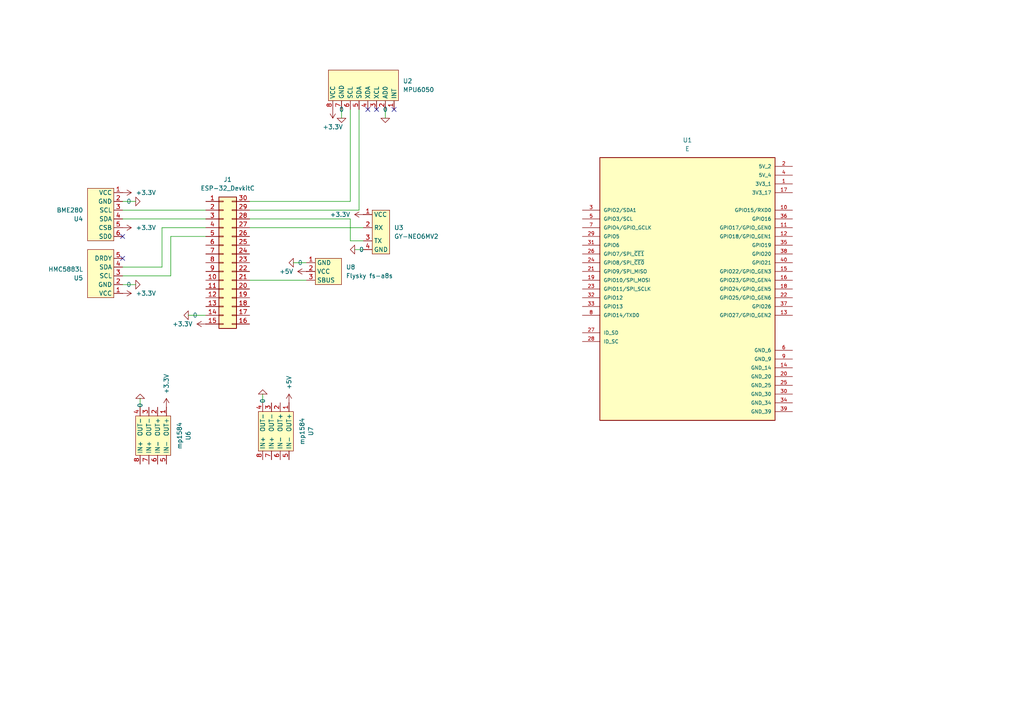
<source format=kicad_sch>
(kicad_sch (version 20250114) (generator "eeschema") (generator_version "9.0")
  (paper "A4")
  (lib_symbols
    (symbol "BME280:BME280m"
      (property "Reference" "U" (at 0 0 0))
      (property "Value" "BME280" (at 0 0 0))
      (symbol "BME280m_1_1"
        (rectangle (start -7.62 -2.54) (end 0 -17.78) (fill (type background)))
        (pin power_in line (at 2.54 -3.81 180) (length 2.54) (name "VCC") (number "1"))
        (pin output line (at 2.54 -6.35 180) (length 2.54) (name "GND") (number "2"))
        (pin input line (at 2.54 -8.89 180) (length 2.54) (name "SCL") (number "3"))
        (pin bidirectional line (at 2.54 -11.43 180) (length 2.54) (name "SDA") (number "4"))
        (pin input line (at 2.54 -13.97 180) (length 2.54) (name "CSB") (number "5"))
        (pin output line (at 2.54 -16.51 180) (length 2.54) (name "SD0") (number "6"))
      )
    )
    (symbol "Connector_Generic:Conn_02x15_Counter_Clockwise" (pin_names (offset 1.016) (hide yes))
      (property "Reference" "J" (at 1.27 20.32 0))
      (property "Value" "Conn_02x15_Counter_Clockwise" (at 1.27 -20.32 0))
      (symbol "Conn_02x15_Counter_Clockwise_1_1"
        (rectangle (start -1.27 19.05) (end 3.81 -19.05) (stroke (width 0.254)) (fill (type background)))
        (rectangle (start -1.27 17.907) (end 0 17.653) (stroke (width 0.1524)))
        (rectangle (start -1.27 15.367) (end 0 15.113) (stroke (width 0.1524)))
        (rectangle (start -1.27 12.827) (end 0 12.573) (stroke (width 0.1524)))
        (rectangle (start -1.27 10.287) (end 0 10.033) (stroke (width 0.1524)))
        (rectangle (start -1.27 7.747) (end 0 7.493) (stroke (width 0.1524)))
        (rectangle (start -1.27 5.207) (end 0 4.953) (stroke (width 0.1524)))
        (rectangle (start -1.27 2.667) (end 0 2.413) (stroke (width 0.1524)))
        (rectangle (start -1.27 0.127) (end 0 -0.127) (stroke (width 0.1524)))
        (rectangle (start -1.27 -2.413) (end 0 -2.667) (stroke (width 0.1524)))
        (rectangle (start -1.27 -4.953) (end 0 -5.207) (stroke (width 0.1524)))
        (rectangle (start -1.27 -7.493) (end 0 -7.747) (stroke (width 0.1524)))
        (rectangle (start -1.27 -10.033) (end 0 -10.287) (stroke (width 0.1524)))
        (rectangle (start -1.27 -12.573) (end 0 -12.827) (stroke (width 0.1524)))
        (rectangle (start -1.27 -15.113) (end 0 -15.367) (stroke (width 0.1524)))
        (rectangle (start -1.27 -17.653) (end 0 -17.907) (stroke (width 0.1524)))
        (rectangle (start 3.81 17.907) (end 2.54 17.653) (stroke (width 0.1524)))
        (rectangle (start 3.81 15.367) (end 2.54 15.113) (stroke (width 0.1524)))
        (rectangle (start 3.81 12.827) (end 2.54 12.573) (stroke (width 0.1524)))
        (rectangle (start 3.81 10.287) (end 2.54 10.033) (stroke (width 0.1524)))
        (rectangle (start 3.81 7.747) (end 2.54 7.493) (stroke (width 0.1524)))
        (rectangle (start 3.81 5.207) (end 2.54 4.953) (stroke (width 0.1524)))
        (rectangle (start 3.81 2.667) (end 2.54 2.413) (stroke (width 0.1524)))
        (rectangle (start 3.81 0.127) (end 2.54 -0.127) (stroke (width 0.1524)))
        (rectangle (start 3.81 -2.413) (end 2.54 -2.667) (stroke (width 0.1524)))
        (rectangle (start 3.81 -4.953) (end 2.54 -5.207) (stroke (width 0.1524)))
        (rectangle (start 3.81 -7.493) (end 2.54 -7.747) (stroke (width 0.1524)))
        (rectangle (start 3.81 -10.033) (end 2.54 -10.287) (stroke (width 0.1524)))
        (rectangle (start 3.81 -12.573) (end 2.54 -12.827) (stroke (width 0.1524)))
        (rectangle (start 3.81 -15.113) (end 2.54 -15.367) (stroke (width 0.1524)))
        (rectangle (start 3.81 -17.653) (end 2.54 -17.907) (stroke (width 0.1524)))
        (pin passive line (at -5.08 17.78 0) (length 3.81) (name "Pin_1") (number "1"))
        (pin passive line (at -5.08 15.24 0) (length 3.81) (name "Pin_2") (number "2"))
        (pin passive line (at -5.08 12.7 0) (length 3.81) (name "Pin_3") (number "3"))
        (pin passive line (at -5.08 10.16 0) (length 3.81) (name "Pin_4") (number "4"))
        (pin passive line (at -5.08 7.62 0) (length 3.81) (name "Pin_5") (number "5"))
        (pin passive line (at -5.08 5.08 0) (length 3.81) (name "Pin_6") (number "6"))
        (pin passive line (at -5.08 2.54 0) (length 3.81) (name "Pin_7") (number "7"))
        (pin passive line (at -5.08 0 0) (length 3.81) (name "Pin_8") (number "8"))
        (pin passive line (at -5.08 -2.54 0) (length 3.81) (name "Pin_9") (number "9"))
        (pin passive line (at -5.08 -5.08 0) (length 3.81) (name "Pin_10") (number "10"))
        (pin passive line (at -5.08 -7.62 0) (length 3.81) (name "Pin_11") (number "11"))
        (pin passive line (at -5.08 -10.16 0) (length 3.81) (name "Pin_12") (number "12"))
        (pin passive line (at -5.08 -12.7 0) (length 3.81) (name "Pin_13") (number "13"))
        (pin passive line (at -5.08 -15.24 0) (length 3.81) (name "Pin_14") (number "14"))
        (pin passive line (at -5.08 -17.78 0) (length 3.81) (name "Pin_15") (number "15"))
        (pin passive line (at 7.62 17.78 180) (length 3.81) (name "Pin_30") (number "30"))
        (pin passive line (at 7.62 15.24 180) (length 3.81) (name "Pin_29") (number "29"))
        (pin passive line (at 7.62 12.7 180) (length 3.81) (name "Pin_28") (number "28"))
        (pin passive line (at 7.62 10.16 180) (length 3.81) (name "Pin_27") (number "27"))
        (pin passive line (at 7.62 7.62 180) (length 3.81) (name "Pin_26") (number "26"))
        (pin passive line (at 7.62 5.08 180) (length 3.81) (name "Pin_25") (number "25"))
        (pin passive line (at 7.62 2.54 180) (length 3.81) (name "Pin_24") (number "24"))
        (pin passive line (at 7.62 0 180) (length 3.81) (name "Pin_23") (number "23"))
        (pin passive line (at 7.62 -2.54 180) (length 3.81) (name "Pin_22") (number "22"))
        (pin passive line (at 7.62 -5.08 180) (length 3.81) (name "Pin_21") (number "21"))
        (pin passive line (at 7.62 -7.62 180) (length 3.81) (name "Pin_20") (number "20"))
        (pin passive line (at 7.62 -10.16 180) (length 3.81) (name "Pin_19") (number "19"))
        (pin passive line (at 7.62 -12.7 180) (length 3.81) (name "Pin_18") (number "18"))
        (pin passive line (at 7.62 -15.24 180) (length 3.81) (name "Pin_17") (number "17"))
        (pin passive line (at 7.62 -17.78 180) (length 3.81) (name "Pin_16") (number "16"))
      )
    )
    (symbol "GY-NEO6MV2:GY-NEO6MV2m"
      (property "Reference" "U" (at 0 0 0))
      (symbol "GY-NEO6MV2m_1_1"
        (rectangle (start -6.35 -2.54) (end 6.35 -7.62) (fill (type background)))
        (pin power_in line (at -5.08 -10.16 90) (length 2.54) (name "VCC") (number "1"))
        (pin input line (at -1.27 -10.16 90) (length 2.54) (name "RX") (number "2"))
        (pin output line (at 2.54 -10.16 90) (length 2.54) (name "TX") (number "3"))
        (pin output line (at 5.08 -10.16 90) (length 2.54) (name "GND") (number "4"))
      )
    )
    (symbol "HMC5883L_module:HMC5883Lm"
      (property "Reference" "U" (at 0 0 0))
      (property "Value" "HMC5883L" (at 0 0 0))
      (symbol "HMC5883Lm_1_1"
        (rectangle (start 0 -2.54) (end 7.62 -16.51) (fill (type background)))
        (pin input line (at -2.54 -3.81 0) (length 2.54) (name "VCC") (number "1"))
        (pin output line (at -2.54 -6.35 0) (length 2.54) (name "GND") (number "2"))
        (pin input line (at -2.54 -8.89 0) (length 2.54) (name "SCL") (number "3"))
        (pin bidirectional line (at -2.54 -11.43 0) (length 2.54) (name "SDA") (number "4"))
        (pin output line (at -2.54 -13.97 0) (length 2.54) (name "DRDY") (number "5"))
      )
    )
    (symbol "MPU6050_module:MPU6050m"
      (property "Reference" "U" (at 0 0 0))
      (symbol "MPU6050m_1_1"
        (rectangle (start -2.54 -3.81) (end 6.35 -24.13) (fill (type background)))
        (pin power_in line (at -5.08 -5.08 0) (length 2.54) (name "VCC") (number "8"))
        (pin output line (at -5.08 -7.62 0) (length 2.54) (name "GND") (number "7"))
        (pin input line (at -5.08 -10.16 0) (length 2.54) (name "SCL") (number "6"))
        (pin bidirectional line (at -5.08 -12.7 0) (length 2.54) (name "SDA") (number "5"))
        (pin bidirectional line (at -5.08 -15.24 0) (length 2.54) (name "XDA") (number "4"))
        (pin output line (at -5.08 -17.78 0) (length 2.54) (name "XCL") (number "3"))
        (pin input line (at -5.08 -20.32 0) (length 2.54) (name "AD0") (number "2"))
        (pin output line (at -5.08 -22.86 0) (length 2.54) (name "INT") (number "1"))
      )
    )
    (symbol "Rasberry Pi 0W:SC0065" (pin_names (offset 1.016))
      (property "Reference" "U" (at -25.42 39.3962 0))
      (property "Value" "SC0065" (at -25.4191 -40.6687 0))
      (symbol "SC0065_0_0"
        (rectangle (start -25.4 -38.1) (end 25.4 38.1) (stroke (width 0.254)) (fill (type background)))
        (pin bidirectional line (at -30.48 22.86 0) (length 5.08) (name "GPIO2/SDA1") (number "3"))
        (pin bidirectional line (at -30.48 20.32 0) (length 5.08) (name "GPIO3/SCL") (number "5"))
        (pin bidirectional line (at -30.48 17.78 0) (length 5.08) (name "GPIO4/GPIO_GCLK") (number "7"))
        (pin bidirectional line (at -30.48 15.24 0) (length 5.08) (name "GPIO5") (number "29"))
        (pin bidirectional line (at -30.48 12.7 0) (length 5.08) (name "GPIO6") (number "31"))
        (pin bidirectional line (at -30.48 10.16 0) (length 5.08) (name "GPIO7/SPI_~{CE1}") (number "26"))
        (pin bidirectional line (at -30.48 7.62 0) (length 5.08) (name "GPIO8/SPI_~{CE0}") (number "24"))
        (pin bidirectional line (at -30.48 5.08 0) (length 5.08) (name "GPIO9/SPI_MISO") (number "21"))
        (pin bidirectional line (at -30.48 2.54 0) (length 5.08) (name "GPIO10/SPI_MOSI") (number "19"))
        (pin bidirectional line (at -30.48 0 0) (length 5.08) (name "GPIO11/SPI_SCLK") (number "23"))
        (pin bidirectional line (at -30.48 -2.54 0) (length 5.08) (name "GPIO12") (number "32"))
        (pin bidirectional line (at -30.48 -5.08 0) (length 5.08) (name "GPIO13") (number "33"))
        (pin bidirectional line (at -30.48 -7.62 0) (length 5.08) (name "GPIO14/TXD0") (number "8"))
        (pin bidirectional line (at -30.48 -12.7 0) (length 5.08) (name "ID_SD") (number "27"))
        (pin bidirectional line (at -30.48 -15.24 0) (length 5.08) (name "ID_SC") (number "28"))
        (pin power_in line (at 30.48 35.56 180) (length 5.08) (name "5V_2") (number "2"))
        (pin power_in line (at 30.48 33.02 180) (length 5.08) (name "5V_4") (number "4"))
        (pin power_in line (at 30.48 30.48 180) (length 5.08) (name "3V3_1") (number "1"))
        (pin power_in line (at 30.48 27.94 180) (length 5.08) (name "3V3_17") (number "17"))
        (pin bidirectional line (at 30.48 22.86 180) (length 5.08) (name "GPIO15/RXD0") (number "10"))
        (pin bidirectional line (at 30.48 20.32 180) (length 5.08) (name "GPIO16") (number "36"))
        (pin bidirectional line (at 30.48 17.78 180) (length 5.08) (name "GPIO17/GPIO_GEN0") (number "11"))
        (pin bidirectional line (at 30.48 15.24 180) (length 5.08) (name "GPIO18/GPIO_GEN1") (number "12"))
        (pin bidirectional line (at 30.48 12.7 180) (length 5.08) (name "GPIO19") (number "35"))
        (pin bidirectional line (at 30.48 10.16 180) (length 5.08) (name "GPIO20") (number "38"))
        (pin bidirectional line (at 30.48 7.62 180) (length 5.08) (name "GPIO21") (number "40"))
        (pin bidirectional line (at 30.48 5.08 180) (length 5.08) (name "GPIO22/GPIO_GEN3") (number "15"))
        (pin bidirectional line (at 30.48 2.54 180) (length 5.08) (name "GPIO23/GPIO_GEN4") (number "16"))
        (pin bidirectional line (at 30.48 0 180) (length 5.08) (name "GPIO24/GPIO_GEN5") (number "18"))
        (pin bidirectional line (at 30.48 -2.54 180) (length 5.08) (name "GPIO25/GPIO_GEN6") (number "22"))
        (pin bidirectional line (at 30.48 -5.08 180) (length 5.08) (name "GPIO26") (number "37"))
        (pin bidirectional line (at 30.48 -7.62 180) (length 5.08) (name "GPIO27/GPIO_GEN2") (number "13"))
        (pin power_in line (at 30.48 -17.78 180) (length 5.08) (name "GND_6") (number "6"))
        (pin power_in line (at 30.48 -20.32 180) (length 5.08) (name "GND_9") (number "9"))
        (pin power_in line (at 30.48 -22.86 180) (length 5.08) (name "GND_14") (number "14"))
        (pin power_in line (at 30.48 -25.4 180) (length 5.08) (name "GND_20") (number "20"))
        (pin power_in line (at 30.48 -27.94 180) (length 5.08) (name "GND_25") (number "25"))
        (pin power_in line (at 30.48 -30.48 180) (length 5.08) (name "GND_30") (number "30"))
        (pin power_in line (at 30.48 -33.02 180) (length 5.08) (name "GND_34") (number "34"))
        (pin power_in line (at 30.48 -35.56 180) (length 5.08) (name "GND_39") (number "39"))
      )
    )
    (symbol "Simulation_SPICE:0" (power) (pin_numbers (hide yes)) (pin_names (offset 0) (hide yes))
      (property "Value" "0" (at 0 -2.54 0))
      (symbol "0_0_1"
        (polyline (pts (xy -1.27 0) (xy 0 -1.27) (xy 1.27 0) (xy -1.27 0)))
      )
      (symbol "0_1_1"
        (pin power_in line (at 0 0 0) (length 0) (name "~") (number "1"))
      )
    )
    (symbol "flysky fs-a8s:Flysky_fs-a8s"
      (property "Reference" "U" (at 0 0 0))
      (property "Value" "Flysky fs-a8s" (at 7.366 -2.032 0))
      (symbol "Flysky_fs-a8s_1_1"
        (rectangle (start 0 -3.81) (end 7.62 -11.43) (fill (type background)))
        (pin output line (at -2.54 -5.08 0) (length 2.54) (name "GND") (number "1"))
        (pin power_in line (at -2.54 -7.62 0) (length 2.54) (name "VCC") (number "2"))
        (pin output line (at -2.54 -10.16 0) (length 2.54) (name "SBUS") (number "3"))
      )
    )
    (symbol "mp1584:mp1584m"
      (property "Reference" "U" (at 0 0 0))
      (property "Value" "mp1584" (at 7.874 -10.922 0))
      (symbol "mp1584m_1_1"
        (rectangle (start 2.54 -12.7) (end 13.97 -22.86) (fill (type background)))
        (pin power_out line (at 0 -13.97 0) (length 2.54) (name "OUT+") (number "1"))
        (pin power_out line (at 0 -16.51 0) (length 2.54) (name "OUT+") (number "2"))
        (pin power_out line (at 0 -19.05 0) (length 2.54) (name "OUT-") (number "3"))
        (pin power_out line (at 0 -21.59 0) (length 2.54) (name "OUT-") (number "4"))
        (pin power_in line (at 16.51 -13.97 180) (length 2.54) (name "IN-") (number "5"))
        (pin power_in line (at 16.51 -16.51 180) (length 2.54) (name "IN-") (number "6"))
        (pin power_in line (at 16.51 -19.05 180) (length 2.54) (name "IN+") (number "7"))
        (pin power_in line (at 16.51 -21.59 180) (length 2.54) (name "IN+") (number "8"))
      )
    )
    (symbol "power:+3.3V" (power) (pin_numbers (hide yes)) (pin_names (offset 0) (hide yes))
      (property "Value" "+3.3V" (at 0 3.556 0))
      (symbol "+3.3V_0_1"
        (polyline (pts (xy -0.762 1.27) (xy 0 2.54)))
        (polyline (pts (xy 0 2.54) (xy 0.762 1.27)))
        (polyline (pts (xy 0 0) (xy 0 2.54)))
      )
      (symbol "+3.3V_1_1"
        (pin power_in line (at 0 0 90) (length 0) (name "~") (number "1"))
      )
    )
    (symbol "power:+5V" (power) (pin_numbers (hide yes)) (pin_names (offset 0) (hide yes))
      (property "Value" "+5V" (at 0 3.556 0))
      (symbol "+5V_0_1"
        (polyline (pts (xy -0.762 1.27) (xy 0 2.54)))
        (polyline (pts (xy 0 2.54) (xy 0.762 1.27)))
        (polyline (pts (xy 0 0) (xy 0 2.54)))
      )
      (symbol "+5V_1_1"
        (pin power_in line (at 0 0 90) (length 0) (name "~") (number "1"))
      )
    )
  )
  (no_connect (at 109.22 31.75))
  (no_connect (at 35.56 74.93))
  (no_connect (at 35.56 68.58))
  (no_connect (at 106.68 31.75))
  (no_connect (at 114.3 31.75))
  (wire (pts (xy 35.56 63.5) (xy 59.69 63.5)))
  (wire (pts (xy 72.39 66.04) (xy 105.41 66.04)))
  (wire (pts (xy 35.56 60.96) (xy 59.69 60.96)))
  (wire (pts (xy 104.14 60.96) (xy 72.39 60.96)))
  (wire (pts (xy 101.6 58.42) (xy 72.39 58.42)))
  (wire (pts (xy 40.64 115.57) (xy 40.64 118.11)))
  (wire (pts (xy 85.09 76.2) (xy 88.9 76.2)))
  (wire (pts (xy 49.53 68.58) (xy 59.69 68.58)))
  (wire (pts (xy 101.6 63.5) (xy 101.6 69.85)))
  (wire (pts (xy 49.53 80.01) (xy 49.53 68.58)))
  (wire (pts (xy 99.06 31.75) (xy 99.06 34.29)))
  (wire (pts (xy 111.76 31.75) (xy 111.76 34.29)))
  (wire (pts (xy 46.99 77.47) (xy 46.99 66.04)))
  (wire (pts (xy 102.87 72.39) (xy 105.41 72.39)))
  (wire (pts (xy 46.99 66.04) (xy 59.69 66.04)))
  (wire (pts (xy 76.2 114.3) (xy 76.2 116.84)))
  (wire (pts (xy 101.6 31.75) (xy 101.6 58.42)))
  (wire (pts (xy 101.6 69.85) (xy 105.41 69.85)))
  (wire (pts (xy 39.37 82.55) (xy 35.56 82.55)))
  (wire (pts (xy 72.39 63.5) (xy 101.6 63.5)))
  (wire (pts (xy 35.56 80.01) (xy 49.53 80.01)))
  (wire (pts (xy 35.56 77.47) (xy 46.99 77.47)))
  (wire (pts (xy 35.56 58.42) (xy 39.37 58.42)))
  (wire (pts (xy 72.39 81.28) (xy 88.9 81.28)))
  (wire (pts (xy 104.14 31.75) (xy 104.14 60.96)))
  (wire (pts (xy 54.61 91.44) (xy 59.69 91.44)))
  (symbol (lib_id "BME280:BME280m") (at 33.02 52.07 0) (unit 1)
    (property "Reference" "U4" (at 24.13 63.5001 0) (effects (justify right)))
    (property "Value" "BME280" (at 24.13 60.9601 0) (effects (justify right)))
    (property "Footprint" "BME280_module:BME280_footprint" (effects (hide yes)))
  )
  (symbol (lib_id "Simulation_SPICE:0") (at 102.87 72.39 270) (unit 1)
    (property "Reference" "#GND05" (effects (hide yes)))
    (property "Value" "0" (at 104.14 72.3899 90) (effects (justify left)))
    (property "Datasheet" "https://ngspice.sourceforge.io/docs/ngspice-html-manual/manual.xhtml#subsec_Circuit_elements__device" (effects (hide yes)))
    (property "Description" "0V reference potential for simulation" (effects (hide yes)))
  )
  (symbol (lib_id "Simulation_SPICE:0") (at 39.37 58.42 90) (unit 1)
    (property "Reference" "#GND07" (effects (hide yes)))
    (property "Value" "0" (at 38.1 58.4199 90) (effects (justify left)))
    (property "Datasheet" "https://ngspice.sourceforge.io/docs/ngspice-html-manual/manual.xhtml#subsec_Circuit_elements__device" (effects (hide yes)))
    (property "Description" "0V reference potential for simulation" (effects (hide yes)))
  )
  (symbol (lib_id "mp1584:mp1584m") (at 62.23 118.11 270) (unit 1)
    (property "Reference" "U6" (at 54.61 126.365 0))
    (property "Value" "mp1584" (at 52.07 126.365 0))
  )
  (symbol (lib_id "Simulation_SPICE:0") (at 54.61 91.44 270) (unit 1)
    (property "Reference" "#GND09" (effects (hide yes)))
    (property "Value" "0" (at 55.88 91.4399 90) (effects (justify left)))
    (property "Datasheet" "https://ngspice.sourceforge.io/docs/ngspice-html-manual/manual.xhtml#subsec_Circuit_elements__device" (effects (hide yes)))
    (property "Description" "0V reference potential for simulation" (effects (hide yes)))
  )
  (symbol (lib_id "Simulation_SPICE:0") (at 85.09 76.2 270) (unit 1)
    (property "Reference" "#GND06" (effects (hide yes)))
    (property "Value" "0" (at 86.36 76.1999 90) (effects (justify left)))
    (property "Datasheet" "https://ngspice.sourceforge.io/docs/ngspice-html-manual/manual.xhtml#subsec_Circuit_elements__device" (effects (hide yes)))
    (property "Description" "0V reference potential for simulation" (effects (hide yes)))
  )
  (symbol (lib_id "Simulation_SPICE:0") (at 40.64 115.57 180) (unit 1)
    (property "Reference" "#GND01" (effects (hide yes)))
    (property "Value" "0" (at 40.6401 116.84 90) (effects (justify left)))
    (property "Datasheet" "https://ngspice.sourceforge.io/docs/ngspice-html-manual/manual.xhtml#subsec_Circuit_elements__device" (effects (hide yes)))
    (property "Description" "0V reference potential for simulation" (effects (hide yes)))
  )
  (symbol (lib_id "flysky fs-a8s:Flysky_fs-a8s") (at 91.44 71.12 0) (unit 1)
    (property "Reference" "U8" (at 100.33 77.4699 0) (effects (justify left)))
    (property "Value" "Flysky fs-a8s" (at 100.33 80.0099 0) (effects (justify left)))
  )
  (symbol (lib_id "power:+3.3V") (at 35.56 66.04 270) (unit 1)
    (property "Reference" "#PWR08" (effects (hide yes)))
    (property "Value" "+3.3V" (at 39.37 66.0399 90) (effects (justify left)))
    (property "Description" "Power symbol creates a global label with name \"+3.3V\"" (effects (hide yes)))
  )
  (symbol (lib_id "Simulation_SPICE:0") (at 76.2 114.3 180) (unit 1)
    (property "Reference" "#GND02" (effects (hide yes)))
    (property "Value" "0" (at 76.2001 115.57 90) (effects (justify left)))
    (property "Datasheet" "https://ngspice.sourceforge.io/docs/ngspice-html-manual/manual.xhtml#subsec_Circuit_elements__device" (effects (hide yes)))
    (property "Description" "0V reference potential for simulation" (effects (hide yes)))
  )
  (symbol (lib_id "power:+3.3V") (at 59.69 93.98 90) (unit 1)
    (property "Reference" "#PWR09" (effects (hide yes)))
    (property "Value" "+3.3V" (at 55.88 93.9799 90) (effects (justify left)))
    (property "Description" "Power symbol creates a global label with name \"+3.3V\"" (effects (hide yes)))
  )
  (symbol (lib_id "power:+5V") (at 83.82 116.84 0) (unit 1)
    (property "Reference" "#PWR02" (effects (hide yes)))
    (property "Value" "+5V" (at 83.8201 113.03 90) (effects (justify left)))
    (property "Description" "Power symbol creates a global label with name \"+5V\"" (effects (hide yes)))
  )
  (symbol (lib_id "power:+3.3V") (at 35.56 85.09 270) (unit 1)
    (property "Reference" "#PWR05" (effects (hide yes)))
    (property "Value" "+3.3V" (at 39.37 85.0901 90) (effects (justify left)))
    (property "Description" "Power symbol creates a global label with name \"+3.3V\"" (effects (hide yes)))
  )
  (symbol (lib_id "GY-NEO6MV2:GY-NEO6MV2m") (at 115.57 67.31 270) (unit 1)
    (property "Reference" "U3" (at 114.3 66.0399 90) (effects (justify left)))
    (property "Value" "GY-NEO6MV2" (at 114.3 68.5799 90) (effects (justify left)))
    (property "Footprint" "GY-NEO6MV2_footprint:GY-NEO6MV2foot" (effects (hide yes)))
  )
  (symbol (lib_id "power:+3.3V") (at 96.52 31.75 180) (unit 1)
    (property "Reference" "#PWR03" (effects (hide yes)))
    (property "Value" "+3.3V" (at 96.52 36.83 0))
    (property "Description" "Power symbol creates a global label with name \"+3.3V\"" (effects (hide yes)))
  )
  (symbol (lib_id "power:+3.3V") (at 35.56 55.88 270) (unit 1)
    (property "Reference" "#PWR06" (effects (hide yes)))
    (property "Value" "+3.3V" (at 39.37 55.8801 90) (effects (justify left)))
    (property "Description" "Power symbol creates a global label with name \"+3.3V\"" (effects (hide yes)))
  )
  (symbol (lib_id "MPU6050_module:MPU6050m") (at 91.44 26.67 90) (unit 1)
    (property "Reference" "U2" (at 116.84 23.4949 90) (effects (justify right)))
    (property "Value" "MPU6050" (at 116.84 26.0349 90) (effects (justify right)))
    (property "Footprint" "MPU6050_footprint:MPU6050foot" (effects (hide yes)))
  )
  (symbol (lib_id "mp1584:mp1584m") (at 97.79 116.84 270) (unit 1)
    (property "Reference" "U7" (at 90.17 125.095 0))
    (property "Value" "mp1584" (at 87.63 125.095 0))
  )
  (symbol (lib_id "Connector_Generic:Conn_02x15_Counter_Clockwise") (at 64.77 76.2 0) (unit 1)
    (property "Reference" "J1" (at 66.04 52.07 0))
    (property "Value" "ESP-32_DevkitC" (at 66.04 54.61 0))
    (property "Footprint" "RF_Module:ESP32-C3-DevKitM-1" (effects (hide yes)))
    (property "Description" "Generic connector, double row, 02x15, counter clockwise pin numbering scheme (similar to DIP package numbering), script generated (kicad-library-utils/schlib/autogen/connector/)" (effects (hide yes)))
  )
  (symbol (lib_id "Simulation_SPICE:0") (at 111.76 34.29 0) (unit 1)
    (property "Reference" "#GND04" (effects (hide yes)))
    (property "Value" "0" (at 111.76 31.75 0))
    (property "Datasheet" "https://ngspice.sourceforge.io/docs/ngspice-html-manual/manual.xhtml#subsec_Circuit_elements__device" (effects (hide yes)))
    (property "Description" "0V reference potential for simulation" (effects (hide yes)))
  )
  (symbol (lib_id "power:+3.3V") (at 105.41 62.23 90) (unit 1)
    (property "Reference" "#PWR04" (effects (hide yes)))
    (property "Value" "+3.3V" (at 101.6 62.2299 90) (effects (justify left)))
    (property "Description" "Power symbol creates a global label with name \"+3.3V\"" (effects (hide yes)))
  )
  (symbol (lib_id "Simulation_SPICE:0") (at 99.06 34.29 0) (unit 1)
    (property "Reference" "#GND03" (effects (hide yes)))
    (property "Value" "0" (at 99.06 31.75 0))
    (property "Datasheet" "https://ngspice.sourceforge.io/docs/ngspice-html-manual/manual.xhtml#subsec_Circuit_elements__device" (effects (hide yes)))
    (property "Description" "0V reference potential for simulation" (effects (hide yes)))
  )
  (symbol (lib_id "HMC5883L_module:HMC5883Lm") (at 33.02 88.9 180) (unit 1)
    (property "Reference" "U5" (at 24.13 80.6451 0) (effects (justify left)))
    (property "Value" "HMC5883L" (at 24.13 78.1051 0) (effects (justify left)))
    (property "Footprint" "HMC5883L:HMC5883L_footprint" (effects (hide yes)))
  )
  (symbol (lib_id "power:+5V") (at 88.9 78.74 90) (unit 1)
    (property "Reference" "#PWR07" (effects (hide yes)))
    (property "Value" "+5V" (at 85.09 78.7399 90) (effects (justify left)))
    (property "Description" "Power symbol creates a global label with name \"+5V\"" (effects (hide yes)))
  )
  (symbol (lib_id "power:+3.3V") (at 48.26 118.11 0) (unit 1)
    (property "Reference" "#PWR01" (effects (hide yes)))
    (property "Value" "+3.3V" (at 48.2601 114.3 90) (effects (justify left)))
    (property "Description" "Power symbol creates a global label with name \"+3.3V\"" (effects (hide yes)))
  )
  (symbol (lib_id "Rasberry Pi 0W:SC0065") (at 199.39 83.82 0) (unit 1)
    (property "Reference" "U1" (at 199.39 40.64 0))
    (property "Value" "E" (at 199.39 43.18 0))
    (property "Footprint" "Rasberry Pi 0W footprint:MODULE_SC0065" (effects (hide yes)))
    (property "MF" "Raspberry Pi" (effects (hide yes)))
    (property "Description_1" "The Raspberry Pi Zero with headers SC0065 single board computer is an ultra-compact embedded computer featuring a 1GHz Broadcom BCM2835 ARM1176JZF-S processor and 512MB of RAM. With 40 digital I/O lines and expansion capabilities including Wi-Fi, this SBC offers versatile connectivity options. Measuring just 2.559 x 1.811, it supports microSD storage and includes micro USB (OTG) and video outputs such as Composite, CSI, and Mini HDMI." (effects (hide yes)))
    (property "Package" "None" (effects (hide yes)))
    (property "Price" "None" (effects (hide yes)))
    (property "Check_prices" "https://www.snapeda.com/parts/SC0065/Raspberry+Pi/view-part/?ref=eda" (effects (hide yes)))
    (property "STANDARD" "Manufacturer Recommendations" (effects (hide yes)))
    (property "PARTREV" "April 2024" (effects (hide yes)))
    (property "SnapEDA_Link" "https://www.snapeda.com/parts/SC0065/Raspberry+Pi/view-part/?ref=snap" (effects (hide yes)))
    (property "MP" "SC0065" (effects (hide yes)))
    (property "Availability" "In Stock" (effects (hide yes)))
    (property "MANUFACTURER" "Raspberry Pi" (effects (hide yes)))
  )
  (symbol (lib_id "Simulation_SPICE:0") (at 39.37 82.55 90) (unit 1)
    (property "Reference" "#GND08" (effects (hide yes)))
    (property "Value" "0" (at 38.1 82.5501 90) (effects (justify left)))
    (property "Datasheet" "https://ngspice.sourceforge.io/docs/ngspice-html-manual/manual.xhtml#subsec_Circuit_elements__device" (effects (hide yes)))
    (property "Description" "0V reference potential for simulation" (effects (hide yes)))
  )
)
</source>
